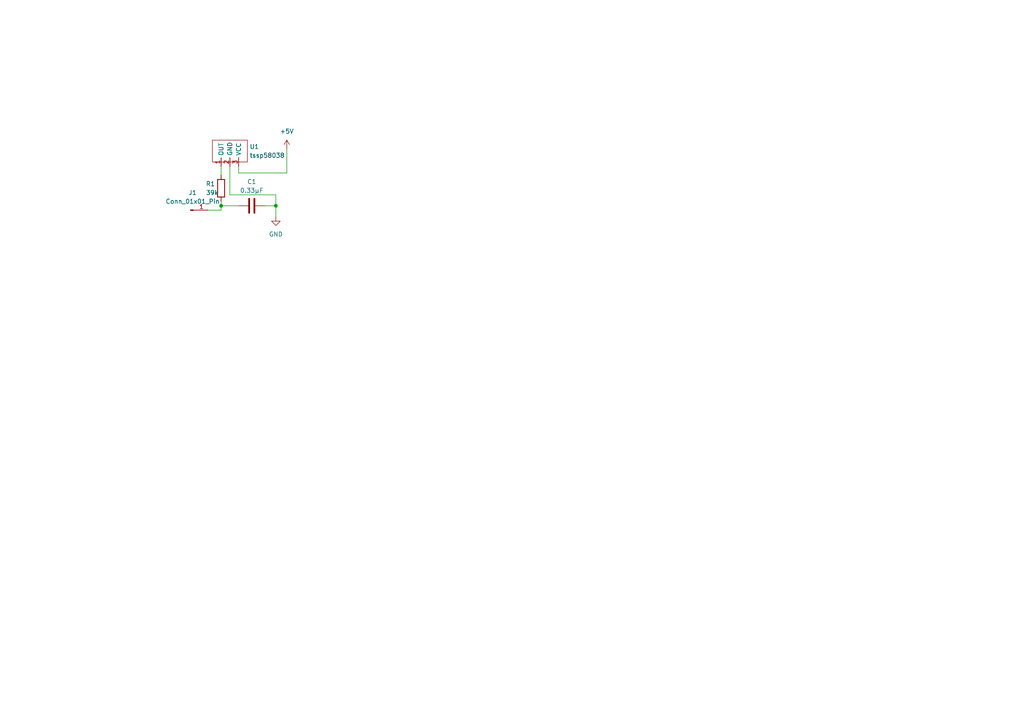
<source format=kicad_sch>
(kicad_sch (version 20230121) (generator eeschema)

  (uuid 79da40a8-4e5b-4850-82ff-032da9f417c6)

  (paper "A4")

  (lib_symbols
    (symbol "Connector:Conn_01x01_Pin" (pin_names (offset 1.016) hide) (in_bom yes) (on_board yes)
      (property "Reference" "J" (at 0 2.54 0)
        (effects (font (size 1.27 1.27)))
      )
      (property "Value" "Conn_01x01_Pin" (at 0 -2.54 0)
        (effects (font (size 1.27 1.27)))
      )
      (property "Footprint" "" (at 0 0 0)
        (effects (font (size 1.27 1.27)) hide)
      )
      (property "Datasheet" "~" (at 0 0 0)
        (effects (font (size 1.27 1.27)) hide)
      )
      (property "ki_locked" "" (at 0 0 0)
        (effects (font (size 1.27 1.27)))
      )
      (property "ki_keywords" "connector" (at 0 0 0)
        (effects (font (size 1.27 1.27)) hide)
      )
      (property "ki_description" "Generic connector, single row, 01x01, script generated" (at 0 0 0)
        (effects (font (size 1.27 1.27)) hide)
      )
      (property "ki_fp_filters" "Connector*:*_1x??_*" (at 0 0 0)
        (effects (font (size 1.27 1.27)) hide)
      )
      (symbol "Conn_01x01_Pin_1_1"
        (polyline
          (pts
            (xy 1.27 0)
            (xy 0.8636 0)
          )
          (stroke (width 0.1524) (type default))
          (fill (type none))
        )
        (rectangle (start 0.8636 0.127) (end 0 -0.127)
          (stroke (width 0.1524) (type default))
          (fill (type outline))
        )
        (pin passive line (at 5.08 0 180) (length 3.81)
          (name "Pin_1" (effects (font (size 1.27 1.27))))
          (number "1" (effects (font (size 1.27 1.27))))
        )
      )
    )
    (symbol "Device:C" (pin_numbers hide) (pin_names (offset 0.254)) (in_bom yes) (on_board yes)
      (property "Reference" "C" (at 0.635 2.54 0)
        (effects (font (size 1.27 1.27)) (justify left))
      )
      (property "Value" "C" (at 0.635 -2.54 0)
        (effects (font (size 1.27 1.27)) (justify left))
      )
      (property "Footprint" "" (at 0.9652 -3.81 0)
        (effects (font (size 1.27 1.27)) hide)
      )
      (property "Datasheet" "~" (at 0 0 0)
        (effects (font (size 1.27 1.27)) hide)
      )
      (property "ki_keywords" "cap capacitor" (at 0 0 0)
        (effects (font (size 1.27 1.27)) hide)
      )
      (property "ki_description" "Unpolarized capacitor" (at 0 0 0)
        (effects (font (size 1.27 1.27)) hide)
      )
      (property "ki_fp_filters" "C_*" (at 0 0 0)
        (effects (font (size 1.27 1.27)) hide)
      )
      (symbol "C_0_1"
        (polyline
          (pts
            (xy -2.032 -0.762)
            (xy 2.032 -0.762)
          )
          (stroke (width 0.508) (type default))
          (fill (type none))
        )
        (polyline
          (pts
            (xy -2.032 0.762)
            (xy 2.032 0.762)
          )
          (stroke (width 0.508) (type default))
          (fill (type none))
        )
      )
      (symbol "C_1_1"
        (pin passive line (at 0 3.81 270) (length 2.794)
          (name "~" (effects (font (size 1.27 1.27))))
          (number "1" (effects (font (size 1.27 1.27))))
        )
        (pin passive line (at 0 -3.81 90) (length 2.794)
          (name "~" (effects (font (size 1.27 1.27))))
          (number "2" (effects (font (size 1.27 1.27))))
        )
      )
    )
    (symbol "Device:R" (pin_numbers hide) (pin_names (offset 0)) (in_bom yes) (on_board yes)
      (property "Reference" "R" (at 2.032 0 90)
        (effects (font (size 1.27 1.27)))
      )
      (property "Value" "R" (at 0 0 90)
        (effects (font (size 1.27 1.27)))
      )
      (property "Footprint" "" (at -1.778 0 90)
        (effects (font (size 1.27 1.27)) hide)
      )
      (property "Datasheet" "~" (at 0 0 0)
        (effects (font (size 1.27 1.27)) hide)
      )
      (property "ki_keywords" "R res resistor" (at 0 0 0)
        (effects (font (size 1.27 1.27)) hide)
      )
      (property "ki_description" "Resistor" (at 0 0 0)
        (effects (font (size 1.27 1.27)) hide)
      )
      (property "ki_fp_filters" "R_*" (at 0 0 0)
        (effects (font (size 1.27 1.27)) hide)
      )
      (symbol "R_0_1"
        (rectangle (start -1.016 -2.54) (end 1.016 2.54)
          (stroke (width 0.254) (type default))
          (fill (type none))
        )
      )
      (symbol "R_1_1"
        (pin passive line (at 0 3.81 270) (length 1.27)
          (name "~" (effects (font (size 1.27 1.27))))
          (number "1" (effects (font (size 1.27 1.27))))
        )
        (pin passive line (at 0 -3.81 90) (length 1.27)
          (name "~" (effects (font (size 1.27 1.27))))
          (number "2" (effects (font (size 1.27 1.27))))
        )
      )
    )
    (symbol "power:+5V" (power) (pin_names (offset 0)) (in_bom yes) (on_board yes)
      (property "Reference" "#PWR" (at 0 -3.81 0)
        (effects (font (size 1.27 1.27)) hide)
      )
      (property "Value" "+5V" (at 0 3.556 0)
        (effects (font (size 1.27 1.27)))
      )
      (property "Footprint" "" (at 0 0 0)
        (effects (font (size 1.27 1.27)) hide)
      )
      (property "Datasheet" "" (at 0 0 0)
        (effects (font (size 1.27 1.27)) hide)
      )
      (property "ki_keywords" "global power" (at 0 0 0)
        (effects (font (size 1.27 1.27)) hide)
      )
      (property "ki_description" "Power symbol creates a global label with name \"+5V\"" (at 0 0 0)
        (effects (font (size 1.27 1.27)) hide)
      )
      (symbol "+5V_0_1"
        (polyline
          (pts
            (xy -0.762 1.27)
            (xy 0 2.54)
          )
          (stroke (width 0) (type default))
          (fill (type none))
        )
        (polyline
          (pts
            (xy 0 0)
            (xy 0 2.54)
          )
          (stroke (width 0) (type default))
          (fill (type none))
        )
        (polyline
          (pts
            (xy 0 2.54)
            (xy 0.762 1.27)
          )
          (stroke (width 0) (type default))
          (fill (type none))
        )
      )
      (symbol "+5V_1_1"
        (pin power_in line (at 0 0 90) (length 0) hide
          (name "+5V" (effects (font (size 1.27 1.27))))
          (number "1" (effects (font (size 1.27 1.27))))
        )
      )
    )
    (symbol "power:GND" (power) (pin_names (offset 0)) (in_bom yes) (on_board yes)
      (property "Reference" "#PWR" (at 0 -6.35 0)
        (effects (font (size 1.27 1.27)) hide)
      )
      (property "Value" "GND" (at 0 -3.81 0)
        (effects (font (size 1.27 1.27)))
      )
      (property "Footprint" "" (at 0 0 0)
        (effects (font (size 1.27 1.27)) hide)
      )
      (property "Datasheet" "" (at 0 0 0)
        (effects (font (size 1.27 1.27)) hide)
      )
      (property "ki_keywords" "global power" (at 0 0 0)
        (effects (font (size 1.27 1.27)) hide)
      )
      (property "ki_description" "Power symbol creates a global label with name \"GND\" , ground" (at 0 0 0)
        (effects (font (size 1.27 1.27)) hide)
      )
      (symbol "GND_0_1"
        (polyline
          (pts
            (xy 0 0)
            (xy 0 -1.27)
            (xy 1.27 -1.27)
            (xy 0 -2.54)
            (xy -1.27 -1.27)
            (xy 0 -1.27)
          )
          (stroke (width 0) (type default))
          (fill (type none))
        )
      )
      (symbol "GND_1_1"
        (pin power_in line (at 0 0 270) (length 0) hide
          (name "GND" (effects (font (size 1.27 1.27))))
          (number "1" (effects (font (size 1.27 1.27))))
        )
      )
    )
    (symbol "sunpare2023:tssp58038" (in_bom yes) (on_board yes)
      (property "Reference" "U" (at 0 3.175 0)
        (effects (font (size 1.27 1.27)))
      )
      (property "Value" "tssp58038" (at 0 1.27 0)
        (effects (font (size 1.27 1.27)))
      )
      (property "Footprint" "" (at 0 0 0)
        (effects (font (size 1.27 1.27)) hide)
      )
      (property "Datasheet" "" (at 0 0 0)
        (effects (font (size 1.27 1.27)) hide)
      )
      (symbol "tssp58038_0_1"
        (rectangle (start -5.08 0) (end 5.08 -6.35)
          (stroke (width 0) (type default))
          (fill (type none))
        )
      )
      (symbol "tssp58038_1_1"
        (pin passive line (at -2.54 -7.62 90) (length 2.54)
          (name "OUT" (effects (font (size 1.27 1.27))))
          (number "1" (effects (font (size 1.27 1.27))))
        )
        (pin passive line (at 0 -7.62 90) (length 2.54)
          (name "GND" (effects (font (size 1.27 1.27))))
          (number "2" (effects (font (size 1.27 1.27))))
        )
        (pin passive line (at 2.54 -7.62 90) (length 2.54)
          (name "VCC" (effects (font (size 1.27 1.27))))
          (number "3" (effects (font (size 1.27 1.27))))
        )
      )
    )
  )

  (junction (at 64.135 59.69) (diameter 0) (color 0 0 0 0)
    (uuid 0a6c55d1-65d8-43bf-bd28-c646c8bba77f)
  )
  (junction (at 80.01 59.69) (diameter 0) (color 0 0 0 0)
    (uuid b56ae4d1-c647-4656-964b-54ac9b41f18b)
  )

  (wire (pts (xy 80.01 56.515) (xy 80.01 59.69))
    (stroke (width 0) (type default))
    (uuid 02629cc0-a281-4289-bc2f-eaa16a579cc8)
  )
  (wire (pts (xy 66.675 56.515) (xy 80.01 56.515))
    (stroke (width 0) (type default))
    (uuid 026b7124-6604-41fe-af24-5d4a75b7d611)
  )
  (wire (pts (xy 76.835 59.69) (xy 80.01 59.69))
    (stroke (width 0) (type default))
    (uuid 0333fef7-b33f-4c04-b771-6af43f78fdf6)
  )
  (wire (pts (xy 66.675 48.26) (xy 66.675 56.515))
    (stroke (width 0) (type default))
    (uuid 0dcff594-60e2-4b6b-87d5-8a19c0f48a4c)
  )
  (wire (pts (xy 64.135 59.69) (xy 69.215 59.69))
    (stroke (width 0) (type default))
    (uuid 22c47577-9af2-4109-8bb4-9bda3266d5ac)
  )
  (wire (pts (xy 64.135 59.69) (xy 64.135 60.96))
    (stroke (width 0) (type default))
    (uuid 49ed83ff-f29c-4250-abb1-b084d3b0ef38)
  )
  (wire (pts (xy 64.135 58.42) (xy 64.135 59.69))
    (stroke (width 0) (type default))
    (uuid 50b9fe8e-d671-4024-9c7e-e033159216d1)
  )
  (wire (pts (xy 80.01 59.69) (xy 80.01 62.865))
    (stroke (width 0) (type default))
    (uuid 5b03af1e-2039-411f-9fb1-fbafe4fc095e)
  )
  (wire (pts (xy 69.215 50.165) (xy 83.185 50.165))
    (stroke (width 0) (type default))
    (uuid 8770e9a0-8e32-4866-beb6-ed25042168e4)
  )
  (wire (pts (xy 64.135 48.26) (xy 64.135 50.8))
    (stroke (width 0) (type default))
    (uuid a8625198-7e38-41e0-9e1a-ec051409015f)
  )
  (wire (pts (xy 69.215 48.26) (xy 69.215 50.165))
    (stroke (width 0) (type default))
    (uuid c427c2b5-21f2-4a0d-bbcb-aadc8658e819)
  )
  (wire (pts (xy 60.325 60.96) (xy 64.135 60.96))
    (stroke (width 0) (type default))
    (uuid c89ee6dd-8537-433f-ba37-0ac3621c78a4)
  )
  (wire (pts (xy 83.185 50.165) (xy 83.185 43.18))
    (stroke (width 0) (type default))
    (uuid d833a3be-dd6f-4b34-b369-931adc686da7)
  )

  (symbol (lib_id "Device:C") (at 73.025 59.69 90) (unit 1)
    (in_bom yes) (on_board yes) (dnp no) (fields_autoplaced)
    (uuid 1135cf5a-f353-479f-8f59-aa49626384cc)
    (property "Reference" "C1" (at 73.025 52.705 90)
      (effects (font (size 1.27 1.27)))
    )
    (property "Value" "0.33μF" (at 73.025 55.245 90)
      (effects (font (size 1.27 1.27)))
    )
    (property "Footprint" "Capacitor_SMD:C_0603_1608Metric_Pad1.08x0.95mm_HandSolder" (at 76.835 58.7248 0)
      (effects (font (size 1.27 1.27)) hide)
    )
    (property "Datasheet" "~" (at 73.025 59.69 0)
      (effects (font (size 1.27 1.27)) hide)
    )
    (pin "1" (uuid 15ba108c-ca73-4365-bbbb-0bae09903a0a))
    (pin "2" (uuid a0ec7d74-9ebc-4544-96e0-9b569d9b1060))
    (instances
      (project "ball-unit"
        (path "/590e44b9-b759-4811-9ad9-560670ed4ec8"
          (reference "C1") (unit 1)
        )
      )
      (project "ball-catch-left-unit"
        (path "/79da40a8-4e5b-4850-82ff-032da9f417c6"
          (reference "C1") (unit 1)
        )
      )
    )
  )

  (symbol (lib_id "Connector:Conn_01x01_Pin") (at 55.245 60.96 0) (unit 1)
    (in_bom yes) (on_board yes) (dnp no) (fields_autoplaced)
    (uuid 14a74d6e-2a48-49e1-a20f-e033cc13072e)
    (property "Reference" "J1" (at 55.88 55.88 0)
      (effects (font (size 1.27 1.27)))
    )
    (property "Value" "Conn_01x01_Pin" (at 55.88 58.42 0)
      (effects (font (size 1.27 1.27)))
    )
    (property "Footprint" "@3pare:1-pin" (at 55.245 60.96 0)
      (effects (font (size 1.27 1.27)) hide)
    )
    (property "Datasheet" "~" (at 55.245 60.96 0)
      (effects (font (size 1.27 1.27)) hide)
    )
    (pin "1" (uuid 6a5d3dca-47be-4b86-9fb5-a79ab5bdb7c7))
    (instances
      (project "ball-catch-left-unit"
        (path "/79da40a8-4e5b-4850-82ff-032da9f417c6"
          (reference "J1") (unit 1)
        )
      )
    )
  )

  (symbol (lib_id "sunpare2023:tssp58038") (at 66.675 40.64 0) (unit 1)
    (in_bom yes) (on_board yes) (dnp no) (fields_autoplaced)
    (uuid 2bb578e2-4165-4f15-9960-14c80e584a8f)
    (property "Reference" "U1" (at 72.39 42.545 0)
      (effects (font (size 1.27 1.27)) (justify left))
    )
    (property "Value" "tssp58038" (at 72.39 45.085 0)
      (effects (font (size 1.27 1.27)) (justify left))
    )
    (property "Footprint" "@3pare:tssp58038" (at 66.675 40.64 0)
      (effects (font (size 1.27 1.27)) hide)
    )
    (property "Datasheet" "" (at 66.675 40.64 0)
      (effects (font (size 1.27 1.27)) hide)
    )
    (pin "1" (uuid 549ccda5-5e80-4319-b276-1361bba9d526))
    (pin "2" (uuid 3125f7c9-d5a3-406a-8506-8f4cc8e64f79))
    (pin "3" (uuid 912c5390-ac32-49e4-8417-8d98195d94b8))
    (instances
      (project "ball-unit"
        (path "/590e44b9-b759-4811-9ad9-560670ed4ec8"
          (reference "U1") (unit 1)
        )
      )
      (project "ball-catch-left-unit"
        (path "/79da40a8-4e5b-4850-82ff-032da9f417c6"
          (reference "U1") (unit 1)
        )
      )
    )
  )

  (symbol (lib_id "Device:R") (at 64.135 54.61 180) (unit 1)
    (in_bom yes) (on_board yes) (dnp no)
    (uuid 70d3997c-5012-4206-b681-5b17af67518b)
    (property "Reference" "R1" (at 59.69 53.34 0)
      (effects (font (size 1.27 1.27)) (justify right))
    )
    (property "Value" "39k" (at 59.69 55.88 0)
      (effects (font (size 1.27 1.27)) (justify right))
    )
    (property "Footprint" "Resistor_SMD:R_0603_1608Metric_Pad0.98x0.95mm_HandSolder" (at 65.913 54.61 90)
      (effects (font (size 1.27 1.27)) hide)
    )
    (property "Datasheet" "~" (at 64.135 54.61 0)
      (effects (font (size 1.27 1.27)) hide)
    )
    (pin "1" (uuid 9a662cfd-ec04-4b43-9f44-ed1d147e9810))
    (pin "2" (uuid ef1bb713-d44a-42bd-a4f6-ca8e133bd79c))
    (instances
      (project "ball-unit"
        (path "/590e44b9-b759-4811-9ad9-560670ed4ec8"
          (reference "R1") (unit 1)
        )
      )
      (project "ball-catch-left-unit"
        (path "/79da40a8-4e5b-4850-82ff-032da9f417c6"
          (reference "R1") (unit 1)
        )
      )
    )
  )

  (symbol (lib_id "power:GND") (at 80.01 62.865 0) (unit 1)
    (in_bom yes) (on_board yes) (dnp no) (fields_autoplaced)
    (uuid 80829036-7d67-4c15-a893-b40efc5c23e6)
    (property "Reference" "#PWR02" (at 80.01 69.215 0)
      (effects (font (size 1.27 1.27)) hide)
    )
    (property "Value" "GND" (at 80.01 67.945 0)
      (effects (font (size 1.27 1.27)))
    )
    (property "Footprint" "" (at 80.01 62.865 0)
      (effects (font (size 1.27 1.27)) hide)
    )
    (property "Datasheet" "" (at 80.01 62.865 0)
      (effects (font (size 1.27 1.27)) hide)
    )
    (pin "1" (uuid 1fd76680-9e1d-4032-92c3-95e62cb24348))
    (instances
      (project "ball-unit"
        (path "/590e44b9-b759-4811-9ad9-560670ed4ec8"
          (reference "#PWR02") (unit 1)
        )
      )
      (project "ball-catch-left-unit"
        (path "/79da40a8-4e5b-4850-82ff-032da9f417c6"
          (reference "#PWR01") (unit 1)
        )
      )
    )
  )

  (symbol (lib_id "power:+5V") (at 83.185 43.18 0) (unit 1)
    (in_bom yes) (on_board yes) (dnp no) (fields_autoplaced)
    (uuid b3d641dd-9262-4f0b-bac6-13cfd55f5a6c)
    (property "Reference" "#PWR02" (at 83.185 46.99 0)
      (effects (font (size 1.27 1.27)) hide)
    )
    (property "Value" "+5V" (at 83.185 38.1 0)
      (effects (font (size 1.27 1.27)))
    )
    (property "Footprint" "" (at 83.185 43.18 0)
      (effects (font (size 1.27 1.27)) hide)
    )
    (property "Datasheet" "" (at 83.185 43.18 0)
      (effects (font (size 1.27 1.27)) hide)
    )
    (pin "1" (uuid fbbb1e17-8a84-4d03-b02b-e702e2c6c283))
    (instances
      (project "ball-catch-left-unit"
        (path "/79da40a8-4e5b-4850-82ff-032da9f417c6"
          (reference "#PWR02") (unit 1)
        )
      )
    )
  )

  (sheet_instances
    (path "/" (page "1"))
  )
)

</source>
